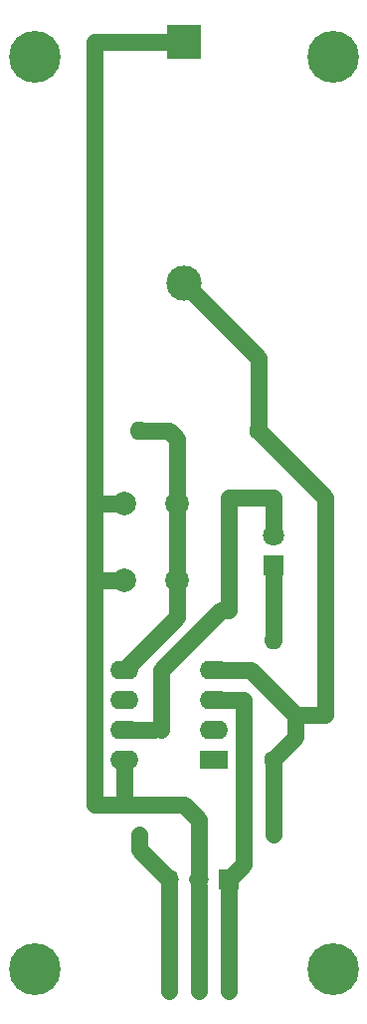
<source format=gbr>
%TF.GenerationSoftware,KiCad,Pcbnew,5.1.9-73d0e3b20d~88~ubuntu20.04.1*%
%TF.CreationDate,2021-01-04T20:03:32+01:00*%
%TF.ProjectId,placa_emisor_attiny_cuatro,706c6163-615f-4656-9d69-736f725f6174,rev?*%
%TF.SameCoordinates,Original*%
%TF.FileFunction,Copper,L2,Bot*%
%TF.FilePolarity,Positive*%
%FSLAX46Y46*%
G04 Gerber Fmt 4.6, Leading zero omitted, Abs format (unit mm)*
G04 Created by KiCad (PCBNEW 5.1.9-73d0e3b20d~88~ubuntu20.04.1) date 2021-01-04 20:03:32*
%MOMM*%
%LPD*%
G01*
G04 APERTURE LIST*
%TA.AperFunction,ComponentPad*%
%ADD10O,1.700000X1.700000*%
%TD*%
%TA.AperFunction,ComponentPad*%
%ADD11R,1.700000X1.700000*%
%TD*%
%TA.AperFunction,ComponentPad*%
%ADD12R,3.000000X3.000000*%
%TD*%
%TA.AperFunction,ComponentPad*%
%ADD13C,3.000000*%
%TD*%
%TA.AperFunction,ComponentPad*%
%ADD14C,1.800000*%
%TD*%
%TA.AperFunction,ComponentPad*%
%ADD15R,1.800000X1.800000*%
%TD*%
%TA.AperFunction,ComponentPad*%
%ADD16C,1.600000*%
%TD*%
%TA.AperFunction,ComponentPad*%
%ADD17O,1.600000X1.600000*%
%TD*%
%TA.AperFunction,ComponentPad*%
%ADD18C,2.000000*%
%TD*%
%TA.AperFunction,ComponentPad*%
%ADD19O,2.400000X1.600000*%
%TD*%
%TA.AperFunction,ComponentPad*%
%ADD20R,2.400000X1.600000*%
%TD*%
%TA.AperFunction,ViaPad*%
%ADD21C,4.400000*%
%TD*%
%TA.AperFunction,ViaPad*%
%ADD22C,1.200000*%
%TD*%
%TA.AperFunction,Conductor*%
%ADD23C,1.400000*%
%TD*%
G04 APERTURE END LIST*
D10*
%TO.P,J1,3*%
%TO.N,GND*%
X140970000Y-146050000D03*
%TO.P,J1,2*%
%TO.N,VCC*%
X143510000Y-146050000D03*
D11*
%TO.P,J1,1*%
%TO.N,/S*%
X146050000Y-146050000D03*
%TD*%
D12*
%TO.P,BT1,1*%
%TO.N,VCC*%
X142240000Y-74930000D03*
D13*
%TO.P,BT1,2*%
%TO.N,GND*%
X142240000Y-95420000D03*
%TD*%
D14*
%TO.P,D1,2*%
%TO.N,Net-(D1-Pad2)*%
X149860000Y-116840000D03*
D15*
%TO.P,D1,1*%
%TO.N,Net-(D1-Pad1)*%
X149860000Y-119380000D03*
%TD*%
D16*
%TO.P,R1,1*%
%TO.N,GND*%
X148590000Y-107950000D03*
D17*
%TO.P,R1,2*%
%TO.N,Net-(R1-Pad2)*%
X138430000Y-107950000D03*
%TD*%
D16*
%TO.P,R2,1*%
%TO.N,GND*%
X149860000Y-135890000D03*
D17*
%TO.P,R2,2*%
%TO.N,Net-(D1-Pad1)*%
X149860000Y-125730000D03*
%TD*%
D18*
%TO.P,SW1,1*%
%TO.N,VCC*%
X137160000Y-114150000D03*
%TO.P,SW1,2*%
%TO.N,Net-(R1-Pad2)*%
X141660000Y-114150000D03*
%TO.P,SW1,1*%
%TO.N,VCC*%
X137160000Y-120650000D03*
%TO.P,SW1,2*%
%TO.N,Net-(R1-Pad2)*%
X141660000Y-120650000D03*
%TD*%
D19*
%TO.P,U1,8*%
%TO.N,VCC*%
X137160000Y-135890000D03*
%TO.P,U1,4*%
%TO.N,GND*%
X144780000Y-128270000D03*
%TO.P,U1,7*%
%TO.N,Net-(D1-Pad2)*%
X137160000Y-133350000D03*
%TO.P,U1,3*%
%TO.N,/S*%
X144780000Y-130810000D03*
%TO.P,U1,6*%
%TO.N,Net-(U1-Pad6)*%
X137160000Y-130810000D03*
%TO.P,U1,2*%
%TO.N,Net-(U1-Pad2)*%
X144780000Y-133350000D03*
%TO.P,U1,5*%
%TO.N,Net-(R1-Pad2)*%
X137160000Y-128270000D03*
D20*
%TO.P,U1,1*%
%TO.N,Net-(U1-Pad1)*%
X144780000Y-135890000D03*
%TD*%
D21*
%TO.N,*%
X129540000Y-76200000D03*
X154940000Y-76200000D03*
X154940000Y-153670000D03*
X129540000Y-153670000D03*
D22*
%TO.N,GND*%
X138430000Y-142240000D03*
X149860000Y-142240000D03*
%TD*%
D23*
%TO.N,GND*%
X149860000Y-142240000D02*
X149860000Y-142240000D01*
X142240000Y-95420000D02*
X148590000Y-101770000D01*
X148590000Y-101770000D02*
X148590000Y-107950000D01*
X148590000Y-107950000D02*
X154305000Y-113665000D01*
X154305000Y-113665000D02*
X154305000Y-132080000D01*
X154305000Y-132080000D02*
X151765000Y-132080000D01*
X147955000Y-128270000D02*
X144780000Y-128270000D01*
X151765000Y-132080000D02*
X147955000Y-128270000D01*
X151765000Y-133985000D02*
X149860000Y-135890000D01*
X151765000Y-132080000D02*
X151765000Y-133985000D01*
X149860000Y-142240000D02*
X149860000Y-135890000D01*
X138430000Y-143510000D02*
X140970000Y-146050000D01*
X138430000Y-142240000D02*
X138430000Y-143510000D01*
X140970000Y-146050000D02*
X140970000Y-155575000D01*
%TO.N,VCC*%
X142240000Y-74930000D02*
X134620000Y-74930000D01*
X134770000Y-114150000D02*
X134620000Y-114300000D01*
X137160000Y-114150000D02*
X134770000Y-114150000D01*
X134620000Y-74930000D02*
X134620000Y-114300000D01*
X137160000Y-120650000D02*
X134620000Y-120650000D01*
X134620000Y-120650000D02*
X134620000Y-139700000D01*
X134620000Y-114300000D02*
X134620000Y-120650000D01*
X137160000Y-135890000D02*
X137160000Y-139700000D01*
X134620000Y-139700000D02*
X137160000Y-139700000D01*
X143510000Y-140970000D02*
X143510000Y-146050000D01*
X142240000Y-139700000D02*
X143510000Y-140970000D01*
X137160000Y-139700000D02*
X142240000Y-139700000D01*
X143510000Y-146685000D02*
X143510000Y-155575000D01*
%TO.N,Net-(D1-Pad1)*%
X149860000Y-125730000D02*
X149860000Y-119380000D01*
%TO.N,Net-(D1-Pad2)*%
X140335000Y-129540000D02*
X140335000Y-133350000D01*
X139700000Y-133350000D02*
X137160000Y-133350000D01*
X146050000Y-113665000D02*
X146050000Y-123190000D01*
X149860000Y-113665000D02*
X146050000Y-113665000D01*
X149860000Y-113665000D02*
X149860000Y-116840000D01*
X146050000Y-123190000D02*
X145415000Y-123190000D01*
X140335000Y-128270000D02*
X140335000Y-129540000D01*
X145415000Y-123190000D02*
X140335000Y-128270000D01*
%TO.N,/S*%
X147320000Y-130810000D02*
X147320000Y-144780000D01*
X147320000Y-144780000D02*
X146050000Y-146050000D01*
X144780000Y-130810000D02*
X147320000Y-130810000D01*
X146050000Y-146685000D02*
X146050000Y-155575000D01*
%TO.N,Net-(R1-Pad2)*%
X138430000Y-107950000D02*
X140970000Y-107950000D01*
X141660000Y-108640000D02*
X141660000Y-114150000D01*
X140970000Y-107950000D02*
X141660000Y-108640000D01*
X141660000Y-114150000D02*
X141660000Y-120650000D01*
X141660000Y-123770000D02*
X137160000Y-128270000D01*
X141660000Y-120650000D02*
X141660000Y-123770000D01*
%TD*%
M02*

</source>
